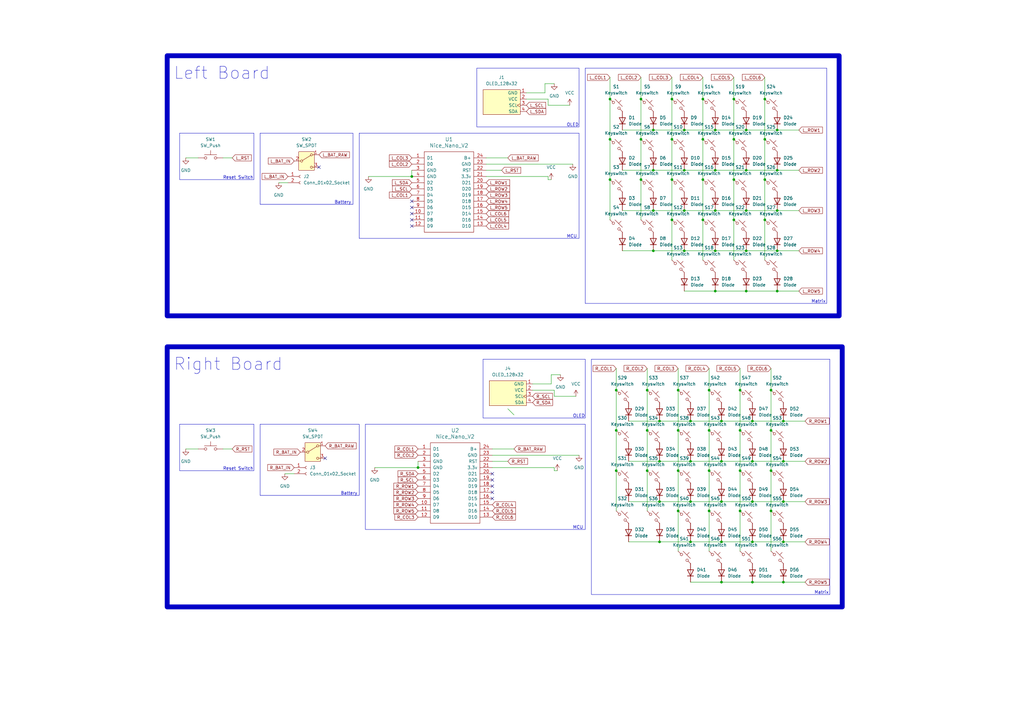
<source format=kicad_sch>
(kicad_sch (version 20231120) (generator "eeschema") (generator_version "8.0")
  (paper "A3")
  (title_block (title "Blahajergo"))
  (junction (at 306.07 53.34))
  (junction (at 267.97 102.87))
  (junction (at 293.37 102.87))
  (junction (at 265.43 160.02))
  (junction (at 293.37 119.38))
  (junction (at 250.19 57.15))
  (junction (at 250.19 73.66))
  (junction (at 267.97 53.34))
  (junction (at 295.91 222.25))
  (junction (at 318.77 102.87))
  (junction (at 318.77 86.36))
  (junction (at 288.29 73.66))
  (junction (at 318.77 119.38))
  (junction (at 252.73 160.02))
  (junction (at 267.97 69.85))
  (junction (at 280.67 69.85))
  (junction (at 288.29 57.15))
  (junction (at 171.45 191.77))
  (junction (at 290.83 176.53))
  (junction (at 278.13 160.02))
  (junction (at 283.21 205.74))
  (junction (at 283.21 189.23))
  (junction (at 270.51 189.23))
  (junction (at 308.61 238.76))
  (junction (at 293.37 53.34))
  (junction (at 308.61 205.74))
  (junction (at 316.23 176.53))
  (junction (at 250.19 40.64))
  (junction (at 283.21 222.25))
  (junction (at 293.37 69.85))
  (junction (at 313.69 57.15))
  (junction (at 303.53 160.02))
  (junction (at 295.91 172.72))
  (junction (at 300.99 57.15))
  (junction (at 306.07 102.87))
  (junction (at 280.67 53.34))
  (junction (at 293.37 86.36))
  (junction (at 316.23 193.04))
  (junction (at 303.53 209.55))
  (junction (at 308.61 189.23))
  (junction (at 288.29 40.64))
  (junction (at 290.83 193.04))
  (junction (at 306.07 119.38))
  (junction (at 275.59 40.64))
  (junction (at 321.31 238.76))
  (junction (at 321.31 222.25))
  (junction (at 295.91 238.76))
  (junction (at 321.31 205.74))
  (junction (at 267.97 86.36))
  (junction (at 313.69 90.17))
  (junction (at 313.69 40.64))
  (junction (at 303.53 176.53))
  (junction (at 278.13 209.55))
  (junction (at 280.67 102.87))
  (junction (at 318.77 53.34))
  (junction (at 252.73 176.53))
  (junction (at 300.99 40.64))
  (junction (at 168.91 72.39))
  (junction (at 275.59 90.17))
  (junction (at 300.99 73.66))
  (junction (at 306.07 69.85))
  (junction (at 295.91 205.74))
  (junction (at 318.77 69.85))
  (junction (at 306.07 86.36))
  (junction (at 316.23 160.02))
  (junction (at 283.21 172.72))
  (junction (at 300.99 90.17))
  (junction (at 278.13 176.53))
  (junction (at 270.51 205.74))
  (junction (at 295.91 189.23))
  (junction (at 308.61 172.72))
  (junction (at 288.29 90.17))
  (junction (at 265.43 193.04))
  (junction (at 270.51 222.25))
  (junction (at 262.89 40.64))
  (junction (at 321.31 189.23))
  (junction (at 265.43 176.53))
  (junction (at 303.53 193.04))
  (junction (at 262.89 57.15))
  (junction (at 280.67 86.36))
  (junction (at 308.61 222.25))
  (junction (at 278.13 193.04))
  (junction (at 313.69 73.66))
  (junction (at 252.73 193.04))
  (junction (at 290.83 209.55))
  (junction (at 262.89 73.66))
  (junction (at 316.23 209.55))
  (junction (at 290.83 160.02))
  (junction (at 270.51 172.72))
  (junction (at 275.59 57.15))
  (junction (at 321.31 172.72))
  (junction (at 275.59 73.66))
  (no_connect (at 130.81 68.58))
  (no_connect (at 201.93 194.31))
  (no_connect (at 201.93 196.85))
  (no_connect (at 168.91 87.63))
  (no_connect (at 201.93 204.47))
  (no_connect (at 201.93 201.93))
  (no_connect (at 201.93 199.39))
  (no_connect (at 168.91 82.55))
  (no_connect (at 168.91 85.09))
  (no_connect (at 168.91 92.71))
  (no_connect (at 133.35 187.96))
  (no_connect (at 168.91 90.17))
  (bus_entry (at 208.28 167.64) (size 2.54 2.54))
  (wire (pts (xy 308.61 222.25) (xy 321.31 222.25)))
  (wire (pts (xy 278.13 193.04) (xy 278.13 209.55)))
  (wire (pts (xy 290.83 176.53) (xy 290.83 193.04)))
  (wire (pts (xy 313.69 31.75) (xy 313.69 40.64)))
  (wire (pts (xy 275.59 57.15) (xy 275.59 73.66)))
  (wire (pts (xy 76.2 184.15) (xy 81.28 184.15)))
  (wire (pts (xy 280.67 86.36) (xy 293.37 86.36)))
  (wire (pts (xy 151.13 72.39) (xy 168.91 72.39)))
  (wire (pts (xy 295.91 222.25) (xy 308.61 222.25)))
  (wire (pts (xy 327.66 102.87) (xy 318.77 102.87)))
  (wire (pts (xy 257.81 222.25) (xy 270.51 222.25)))
  (wire (pts (xy 308.61 172.72) (xy 321.31 172.72)))
  (wire (pts (xy 290.83 151.13) (xy 290.83 160.02)))
  (wire (pts (xy 330.2 172.72) (xy 321.31 172.72)))
  (wire (pts (xy 278.13 209.55) (xy 278.13 226.06)))
  (wire (pts (xy 227.33 193.04) (xy 227.33 191.77)))
  (wire (pts (xy 95.25 184.15) (xy 91.44 184.15)))
  (wire (pts (xy 252.73 193.04) (xy 252.73 209.55)))
  (wire (pts (xy 300.99 73.66) (xy 300.99 90.17)))
  (wire (pts (xy 300.99 57.15) (xy 300.99 73.66)))
  (wire (pts (xy 290.83 193.04) (xy 290.83 209.55)))
  (wire (pts (xy 306.07 86.36) (xy 318.77 86.36)))
  (wire (pts (xy 303.53 160.02) (xy 303.53 176.53)))
  (wire (pts (xy 262.89 73.66) (xy 262.89 90.17)))
  (wire (pts (xy 171.45 189.23) (xy 171.45 191.77)))
  (wire (pts (xy 327.66 69.85) (xy 318.77 69.85)))
  (wire (pts (xy 116.84 194.31) (xy 120.65 194.31)))
  (wire (pts (xy 278.13 176.53) (xy 278.13 193.04)))
  (wire (pts (xy 265.43 176.53) (xy 265.43 193.04)))
  (wire (pts (xy 224.79 72.39) (xy 199.39 72.39)))
  (wire (pts (xy 318.77 86.36) (xy 327.66 86.36)))
  (wire (pts (xy 316.23 151.13) (xy 316.23 160.02)))
  (wire (pts (xy 330.2 222.25) (xy 321.31 222.25)))
  (wire (pts (xy 318.77 119.38) (xy 327.66 119.38)))
  (wire (pts (xy 295.91 205.74) (xy 308.61 205.74)))
  (wire (pts (xy 306.07 102.87) (xy 318.77 102.87)))
  (wire (pts (xy 306.07 53.34) (xy 318.77 53.34)))
  (wire (pts (xy 300.99 31.75) (xy 300.99 40.64)))
  (wire (pts (xy 252.73 151.13) (xy 252.73 160.02)))
  (wire (pts (xy 270.51 189.23) (xy 283.21 189.23)))
  (wire (pts (xy 313.69 90.17) (xy 313.69 106.68)))
  (wire (pts (xy 295.91 238.76) (xy 308.61 238.76)))
  (wire (pts (xy 224.79 43.18) (xy 224.79 40.64)))
  (wire (pts (xy 290.83 209.55) (xy 290.83 226.06)))
  (wire (pts (xy 208.28 189.23) (xy 201.93 189.23)))
  (wire (pts (xy 227.33 160.02) (xy 218.44 160.02)))
  (wire (pts (xy 283.21 222.25) (xy 295.91 222.25)))
  (wire (pts (xy 303.53 151.13) (xy 303.53 160.02)))
  (wire (pts (xy 303.53 209.55) (xy 303.53 226.06)))
  (wire (pts (xy 306.07 119.38) (xy 318.77 119.38)))
  (wire (pts (xy 226.06 157.48) (xy 218.44 157.48)))
  (wire (pts (xy 303.53 193.04) (xy 303.53 209.55)))
  (wire (pts (xy 205.74 69.85) (xy 199.39 69.85)))
  (wire (pts (xy 76.2 64.77) (xy 81.28 64.77)))
  (wire (pts (xy 293.37 86.36) (xy 306.07 86.36)))
  (wire (pts (xy 280.67 102.87) (xy 293.37 102.87)))
  (wire (pts (xy 267.97 53.34) (xy 280.67 53.34)))
  (wire (pts (xy 306.07 69.85) (xy 318.77 69.85)))
  (wire (pts (xy 252.73 160.02) (xy 252.73 176.53)))
  (wire (pts (xy 283.21 238.76) (xy 295.91 238.76)))
  (wire (pts (xy 255.27 86.36) (xy 267.97 86.36)))
  (wire (pts (xy 237.49 186.69) (xy 201.93 186.69)))
  (wire (pts (xy 308.61 189.23) (xy 321.31 189.23)))
  (wire (pts (xy 228.6 193.04) (xy 227.33 193.04)))
  (wire (pts (xy 275.59 90.17) (xy 275.59 106.68)))
  (wire (pts (xy 293.37 69.85) (xy 306.07 69.85)))
  (wire (pts (xy 280.67 69.85) (xy 293.37 69.85)))
  (wire (pts (xy 313.69 40.64) (xy 313.69 57.15)))
  (wire (pts (xy 290.83 160.02) (xy 290.83 176.53)))
  (wire (pts (xy 255.27 69.85) (xy 267.97 69.85)))
  (wire (pts (xy 278.13 151.13) (xy 278.13 160.02)))
  (wire (pts (xy 226.06 73.66) (xy 224.79 73.66)))
  (wire (pts (xy 95.25 64.77) (xy 91.44 64.77)))
  (wire (pts (xy 316.23 160.02) (xy 316.23 176.53)))
  (wire (pts (xy 208.28 64.77) (xy 199.39 64.77)))
  (wire (pts (xy 236.22 162.56) (xy 227.33 162.56)))
  (wire (pts (xy 278.13 160.02) (xy 278.13 176.53)))
  (wire (pts (xy 275.59 40.64) (xy 275.59 57.15)))
  (wire (pts (xy 280.67 53.34) (xy 293.37 53.34)))
  (wire (pts (xy 321.31 205.74) (xy 330.2 205.74)))
  (wire (pts (xy 295.91 189.23) (xy 308.61 189.23)))
  (wire (pts (xy 250.19 57.15) (xy 250.19 73.66)))
  (wire (pts (xy 300.99 40.64) (xy 300.99 57.15)))
  (wire (pts (xy 275.59 31.75) (xy 275.59 40.64)))
  (wire (pts (xy 250.19 31.75) (xy 250.19 40.64)))
  (wire (pts (xy 280.67 119.38) (xy 293.37 119.38)))
  (wire (pts (xy 288.29 31.75) (xy 288.29 40.64)))
  (wire (pts (xy 267.97 69.85) (xy 280.67 69.85)))
  (wire (pts (xy 313.69 73.66) (xy 313.69 90.17)))
  (wire (pts (xy 300.99 90.17) (xy 300.99 106.68)))
  (wire (pts (xy 321.31 238.76) (xy 330.2 238.76)))
  (wire (pts (xy 288.29 73.66) (xy 288.29 90.17)))
  (wire (pts (xy 303.53 176.53) (xy 303.53 193.04)))
  (wire (pts (xy 270.51 222.25) (xy 283.21 222.25)))
  (wire (pts (xy 270.51 205.74) (xy 283.21 205.74)))
  (wire (pts (xy 224.79 40.64) (xy 215.9 40.64)))
  (wire (pts (xy 262.89 40.64) (xy 262.89 57.15)))
  (wire (pts (xy 114.3 74.93) (xy 118.11 74.93)))
  (wire (pts (xy 224.79 73.66) (xy 224.79 72.39)))
  (wire (pts (xy 265.43 151.13) (xy 265.43 160.02)))
  (wire (pts (xy 308.61 205.74) (xy 321.31 205.74)))
  (wire (pts (xy 283.21 205.74) (xy 295.91 205.74)))
  (wire (pts (xy 283.21 172.72) (xy 295.91 172.72)))
  (wire (pts (xy 229.87 153.67) (xy 226.06 153.67)))
  (wire (pts (xy 267.97 86.36) (xy 280.67 86.36)))
  (wire (pts (xy 226.06 153.67) (xy 226.06 157.48)))
  (wire (pts (xy 262.89 57.15) (xy 262.89 73.66)))
  (wire (pts (xy 265.43 160.02) (xy 265.43 176.53)))
  (wire (pts (xy 168.91 69.85) (xy 168.91 72.39)))
  (wire (pts (xy 262.89 31.75) (xy 262.89 40.64)))
  (wire (pts (xy 265.43 193.04) (xy 265.43 209.55)))
  (wire (pts (xy 275.59 73.66) (xy 275.59 90.17)))
  (wire (pts (xy 267.97 102.87) (xy 280.67 102.87)))
  (wire (pts (xy 233.68 43.18) (xy 224.79 43.18)))
  (wire (pts (xy 210.82 184.15) (xy 201.93 184.15)))
  (wire (pts (xy 293.37 119.38) (xy 306.07 119.38)))
  (wire (pts (xy 250.19 40.64) (xy 250.19 57.15)))
  (wire (pts (xy 255.27 53.34) (xy 267.97 53.34)))
  (wire (pts (xy 227.33 34.29) (xy 223.52 34.29)))
  (wire (pts (xy 270.51 172.72) (xy 283.21 172.72)))
  (wire (pts (xy 257.81 189.23) (xy 270.51 189.23)))
  (wire (pts (xy 234.95 67.31) (xy 199.39 67.31)))
  (wire (pts (xy 257.81 172.72) (xy 270.51 172.72)))
  (wire (pts (xy 316.23 193.04) (xy 316.23 209.55)))
  (wire (pts (xy 295.91 172.72) (xy 308.61 172.72)))
  (wire (pts (xy 223.52 34.29) (xy 223.52 38.1)))
  (wire (pts (xy 288.29 90.17) (xy 288.29 106.68)))
  (wire (pts (xy 308.61 238.76) (xy 321.31 238.76)))
  (wire (pts (xy 223.52 38.1) (xy 215.9 38.1)))
  (wire (pts (xy 330.2 189.23) (xy 321.31 189.23)))
  (wire (pts (xy 313.69 57.15) (xy 313.69 73.66)))
  (wire (pts (xy 283.21 189.23) (xy 295.91 189.23)))
  (wire (pts (xy 327.66 53.34) (xy 318.77 53.34)))
  (wire (pts (xy 316.23 209.55) (xy 316.23 226.06)))
  (wire (pts (xy 255.27 102.87) (xy 267.97 102.87)))
  (wire (pts (xy 227.33 191.77) (xy 201.93 191.77)))
  (wire (pts (xy 288.29 40.64) (xy 288.29 57.15)))
  (wire (pts (xy 316.23 176.53) (xy 316.23 193.04)))
  (wire (pts (xy 153.67 191.77) (xy 171.45 191.77)))
  (wire (pts (xy 250.19 73.66) (xy 250.19 90.17)))
  (wire (pts (xy 257.81 205.74) (xy 270.51 205.74)))
  (wire (pts (xy 293.37 102.87) (xy 306.07 102.87)))
  (wire (pts (xy 227.33 162.56) (xy 227.33 160.02)))
  (wire (pts (xy 288.29 57.15) (xy 288.29 73.66)))
  (wire (pts (xy 293.37 53.34) (xy 306.07 53.34)))
  (wire (pts (xy 252.73 176.53) (xy 252.73 193.04)))
  (rectangle (start 106.68 173.99) (end 147.32 203.2))
  (rectangle (start 149.86 173.99) (end 240.03 217.17))
  (rectangle (start 242.57 147.32) (end 340.36 243.84))
  (rectangle (start 68.58 142.24) (end 345.44 248.92) (stroke (width 2)))
  (rectangle (start 73.66 173.99) (end 104.14 193.04))
  (rectangle (start 195.58 27.94) (end 237.49 52.07))
  (rectangle (start 147.32 54.61) (end 237.49 97.79))
  (rectangle (start 106.68 54.61) (end 144.78 83.82))
  (rectangle (start 68.58 22.86) (end 344.17 129.54) (stroke (width 2)))
  (rectangle (start 73.66 54.61) (end 104.14 73.66))
  (rectangle (start 198.12 147.32) (end 240.03 171.45))
  (rectangle (start 240.03 27.94) (end 339.09 124.46))
  (text "OLED" (at 234.95 171.45 0) (effects (font (size 1.27 1.27)) (justify left bottom)))
  (text "Right Board" (at 71.12 152.4 0) (effects (font (size 5 5)) (justify left bottom)))
  (text "MCU" (at 234.95 217.17 0) (effects (font (size 1.27 1.27)) (justify left bottom)))
  (text "Battery" (at 139.7 203.2 0) (effects (font (size 1.27 1.27)) (justify left bottom)))
  (text "MCU" (at 232.41 97.79 0) (effects (font (size 1.27 1.27)) (justify left bottom)))
  (text "Reset Switch" (at 91.44 73.66 0) (effects (font (size 1.27 1.27)) (justify left bottom)))
  (text "Left Board" (at 71.12 33.02 0) (effects (font (size 5 5)) (justify left bottom)))
  (text "Reset Switch" (at 91.44 193.04 0) (effects (font (size 1.27 1.27)) (justify left bottom)))
  (text "OLED" (at 232.41 52.07 0) (effects (font (size 1.27 1.27)) (justify left bottom)))
  (text "Matrix" (at 334.01 243.84 0) (effects (font (size 1.27 1.27)) (justify left bottom)))
  (text "Matrix" (at 332.74 124.46 0) (effects (font (size 1.27 1.27)) (justify left bottom)))
  (text "Battery" (at 137.16 83.82 0) (effects (font (size 1.27 1.27)) (justify left bottom)))
  (global_label "R_ROW2" (shape input) (at 330.2 189.23 0) (property "Intersheetrefs" "${INTERSHEET_REFS}" (effects (hide yes))))
  (global_label "L_COL4" (shape input) (at 199.39 92.71 0) (property "Intersheetrefs" "${INTERSHEET_REFS}" (effects (hide yes))))
  (global_label "R_ROW2" (shape input) (at 171.45 201.93 180) (property "Intersheetrefs" "${INTERSHEET_REFS}" (effects (hide yes))))
  (global_label "L_RST" (shape input) (at 95.25 64.77 0) (property "Intersheetrefs" "${INTERSHEET_REFS}" (effects (hide yes))))
  (global_label "L_COL5" (shape input) (at 300.99 31.75 180) (property "Intersheetrefs" "${INTERSHEET_REFS}" (effects (hide yes))))
  (global_label "L_ROW1" (shape input) (at 327.66 53.34 0) (property "Intersheetrefs" "${INTERSHEET_REFS}" (effects (hide yes))))
  (global_label "R_ROW1" (shape input) (at 171.45 199.39 180) (property "Intersheetrefs" "${INTERSHEET_REFS}" (effects (hide yes))))
  (global_label "L_ROW4" (shape input) (at 327.66 102.87 0) (property "Intersheetrefs" "${INTERSHEET_REFS}" (effects (hide yes))))
  (global_label "R_ROW4" (shape input) (at 171.45 207.01 180) (property "Intersheetrefs" "${INTERSHEET_REFS}" (effects (hide yes))))
  (global_label "R_COL1" (shape input) (at 171.45 184.15 180) (property "Intersheetrefs" "${INTERSHEET_REFS}" (effects (hide yes))))
  (global_label "L_COL4" (shape input) (at 288.29 31.75 180) (property "Intersheetrefs" "${INTERSHEET_REFS}" (effects (hide yes))))
  (global_label "L_ROW2" (shape input) (at 199.39 77.47 0) (property "Intersheetrefs" "${INTERSHEET_REFS}" (effects (hide yes))))
  (global_label "R_ROW3" (shape input) (at 171.45 204.47 180) (property "Intersheetrefs" "${INTERSHEET_REFS}" (effects (hide yes))))
  (global_label "R_COL1" (shape input) (at 252.73 151.13 180) (property "Intersheetrefs" "${INTERSHEET_REFS}" (effects (hide yes))))
  (global_label "L_ROW2" (shape input) (at 327.66 69.85 0) (property "Intersheetrefs" "${INTERSHEET_REFS}" (effects (hide yes))))
  (global_label "L_SCL" (shape input) (at 215.9 43.18 0) (property "Intersheetrefs" "${INTERSHEET_REFS}" (effects (hide yes))))
  (global_label "R_ROW5" (shape input) (at 330.2 238.76 0) (property "Intersheetrefs" "${INTERSHEET_REFS}" (effects (hide yes))))
  (global_label "L_ROW5" (shape input) (at 199.39 85.09 0) (property "Intersheetrefs" "${INTERSHEET_REFS}" (effects (hide yes))))
  (global_label "L_COL1" (shape input) (at 250.19 31.75 180) (property "Intersheetrefs" "${INTERSHEET_REFS}" (effects (hide yes))))
  (global_label "R_SDA" (shape input) (at 218.44 165.1 0) (property "Intersheetrefs" "${INTERSHEET_REFS}" (effects (hide yes))))
  (global_label "R_COL5" (shape input) (at 201.93 209.55 0) (property "Intersheetrefs" "${INTERSHEET_REFS}" (effects (hide yes))))
  (global_label "R_RST" (shape input) (at 95.25 184.15 0) (property "Intersheetrefs" "${INTERSHEET_REFS}" (effects (hide yes))))
  (global_label "R_BAT_RAW" (shape input) (at 133.35 182.88 0) (property "Intersheetrefs" "${INTERSHEET_REFS}" (effects (hide yes))))
  (global_label "L_ROW4" (shape input) (at 199.39 82.55 0) (property "Intersheetrefs" "${INTERSHEET_REFS}" (effects (hide yes))))
  (global_label "L_COL2" (shape input) (at 168.91 67.31 180) (property "Intersheetrefs" "${INTERSHEET_REFS}" (effects (hide yes))))
  (global_label "R_COL2" (shape input) (at 171.45 186.69 180) (property "Intersheetrefs" "${INTERSHEET_REFS}" (effects (hide yes))))
  (global_label "L_BAT_RAW" (shape input) (at 208.28 64.77 0) (property "Intersheetrefs" "${INTERSHEET_REFS}" (effects (hide yes))))
  (global_label "L_BAT_RAW" (shape input) (at 130.81 63.5 0) (property "Intersheetrefs" "${INTERSHEET_REFS}" (effects (hide yes))))
  (global_label "L_COL6" (shape input) (at 199.39 87.63 0) (property "Intersheetrefs" "${INTERSHEET_REFS}" (effects (hide yes))))
  (global_label "R_SCL" (shape input) (at 171.45 196.85 180) (property "Intersheetrefs" "${INTERSHEET_REFS}" (effects (hide yes))))
  (global_label "R_COL4" (shape input) (at 201.93 207.01 0) (property "Intersheetrefs" "${INTERSHEET_REFS}" (effects (hide yes))))
  (global_label "L_COL3" (shape input) (at 275.59 31.75 180) (property "Intersheetrefs" "${INTERSHEET_REFS}" (effects (hide yes))))
  (global_label "R_COL3" (shape input) (at 171.45 212.09 180) (property "Intersheetrefs" "${INTERSHEET_REFS}" (effects (hide yes))))
  (global_label "R_COL5" (shape input) (at 303.53 151.13 180) (property "Intersheetrefs" "${INTERSHEET_REFS}" (effects (hide yes))))
  (global_label "L_COL6" (shape input) (at 313.69 31.75 180) (property "Intersheetrefs" "${INTERSHEET_REFS}" (effects (hide yes))))
  (global_label "R_COL6" (shape input) (at 316.23 151.13 180) (property "Intersheetrefs" "${INTERSHEET_REFS}" (effects (hide yes))))
  (global_label "R_SCL" (shape input) (at 218.44 162.56 0) (property "Intersheetrefs" "${INTERSHEET_REFS}" (effects (hide yes))))
  (global_label "R_COL4" (shape input) (at 290.83 151.13 180) (property "Intersheetrefs" "${INTERSHEET_REFS}" (effects (hide yes))))
  (global_label "L_SDA" (shape input) (at 168.91 74.93 180) (property "Intersheetrefs" "${INTERSHEET_REFS}" (effects (hide yes))))
  (global_label "R_SDA" (shape input) (at 171.45 194.31 180) (property "Intersheetrefs" "${INTERSHEET_REFS}" (effects (hide yes))))
  (global_label "L_SCL" (shape input) (at 168.91 77.47 180) (property "Intersheetrefs" "${INTERSHEET_REFS}" (effects (hide yes))))
  (global_label "L_ROW5" (shape input) (at 327.66 119.38 0) (property "Intersheetrefs" "${INTERSHEET_REFS}" (effects (hide yes))))
  (global_label "R_BAT_IN" (shape input) (at 123.19 185.42 180) (property "Intersheetrefs" "${INTERSHEET_REFS}" (effects (hide yes))))
  (global_label "R_COL2" (shape input) (at 265.43 151.13 180) (property "Intersheetrefs" "${INTERSHEET_REFS}" (effects (hide yes))))
  (global_label "L_ROW3" (shape input) (at 199.39 80.01 0) (property "Intersheetrefs" "${INTERSHEET_REFS}" (effects (hide yes))))
  (global_label "L_COL3" (shape input) (at 168.91 64.77 180) (property "Intersheetrefs" "${INTERSHEET_REFS}" (effects (hide yes))))
  (global_label "R_ROW5" (shape input) (at 171.45 209.55 180) (property "Intersheetrefs" "${INTERSHEET_REFS}" (effects (hide yes))))
  (global_label "L_BAT_IN" (shape input) (at 120.65 66.04 180) (property "Intersheetrefs" "${INTERSHEET_REFS}" (effects (hide yes))))
  (global_label "L_BAT_IN" (shape input) (at 118.11 72.39 180) (property "Intersheetrefs" "${INTERSHEET_REFS}" (effects (hide yes))))
  (global_label "L_COL1" (shape input) (at 168.91 80.01 180) (property "Intersheetrefs" "${INTERSHEET_REFS}" (effects (hide yes))))
  (global_label "R_BAT_RAW" (shape input) (at 210.82 184.15 0) (property "Intersheetrefs" "${INTERSHEET_REFS}" (effects (hide yes))))
  (global_label "L_ROW3" (shape input) (at 327.66 86.36 0) (property "Intersheetrefs" "${INTERSHEET_REFS}" (effects (hide yes))))
  (global_label "R_RST" (shape input) (at 208.28 189.23 0) (property "Intersheetrefs" "${INTERSHEET_REFS}" (effects (hide yes))))
  (global_label "L_RST" (shape input) (at 205.74 69.85 0) (property "Intersheetrefs" "${INTERSHEET_REFS}" (effects (hide yes))))
  (global_label "R_COL6" (shape input) (at 201.93 212.09 0) (property "Intersheetrefs" "${INTERSHEET_REFS}" (effects (hide yes))))
  (global_label "L_COL2" (shape input) (at 262.89 31.75 180) (property "Intersheetrefs" "${INTERSHEET_REFS}" (effects (hide yes))))
  (global_label "R_ROW1" (shape input) (at 330.2 172.72 0) (property "Intersheetrefs" "${INTERSHEET_REFS}" (effects (hide yes))))
  (global_label "R_BAT_IN" (shape input) (at 120.65 191.77 180) (property "Intersheetrefs" "${INTERSHEET_REFS}" (effects (hide yes))))
  (global_label "L_SDA" (shape input) (at 215.9 45.72 0) (property "Intersheetrefs" "${INTERSHEET_REFS}" (effects (hide yes))))
  (global_label "L_ROW1" (shape input) (at 199.39 74.93 0) (property "Intersheetrefs" "${INTERSHEET_REFS}" (effects (hide yes))))
  (global_label "R_ROW3" (shape input) (at 330.2 205.74 0) (property "Intersheetrefs" "${INTERSHEET_REFS}" (effects (hide yes))))
  (global_label "R_COL3" (shape input) (at 278.13 151.13 180) (property "Intersheetrefs" "${INTERSHEET_REFS}" (effects (hide yes))))
  (global_label "L_COL5" (shape input) (at 199.39 90.17 0) (property "Intersheetrefs" "${INTERSHEET_REFS}" (effects (hide yes))))
  (global_label "R_ROW4" (shape input) (at 330.2 222.25 0) (property "Intersheetrefs" "${INTERSHEET_REFS}" (effects (hide yes))))
  (symbol (lib_id "ScottoKeebs:Placeholder_Keyswitch") (at 267.97 162.56 0) (unit 1)
    (property "Reference" "S33" (at 267.97 154.94 0))
    (property "Value" "Keyswitch" (at 267.97 157.48 0))
    (property "Footprint" "ScottoKeebs_Hotswap:Hotswap_Choc_V1V2" (effects (hide yes)))
  )
  (symbol (lib_id "Switch:SW_SPDT") (at 128.27 185.42 0) (unit 1)
    (property "Reference" "SW4" (at 128.27 176.53 0))
    (property "Value" "SW_SPDT" (at 128.27 179.07 0))
    (property "Footprint" "chinh4thepro:SPDT_C128955" (effects (hide yes)))
  )
  (symbol (lib_id "ScottoKeebs:Placeholder_Diode") (at 306.07 66.04 90) (unit 1)
    (property "Reference" "D20" (at 308.61 64.77 90) (effects (justify right)))
    (property "Value" "Diode" (at 308.61 67.31 90) (effects (justify right)))
    (property "Footprint" "chinh4thepro:ComboDiode" (effects (hide yes)))
    (property "Sim.Device" "D" (effects (hide yes)))
    (property "Sim.Pins" "1=K 2=A" (effects (hide yes)))
  )
  (symbol (lib_id "ScottoKeebs:Placeholder_Keyswitch") (at 280.67 162.56 0) (unit 1)
    (property "Reference" "S37" (at 280.67 154.94 0))
    (property "Value" "Keyswitch" (at 280.67 157.48 0))
    (property "Footprint" "ScottoKeebs_Hotswap:Hotswap_Choc_V1V2" (effects (hide yes)))
  )
  (symbol (lib_id "ScottoKeebs:Placeholder_Keyswitch") (at 290.83 109.22 0) (unit 1)
    (property "Reference" "S18" (at 290.83 101.6 0))
    (property "Value" "Keyswitch" (at 290.83 104.14 0))
    (property "Footprint" "ScottoKeebs_Hotswap:Hotswap_Choc_V1V2" (effects (hide yes)))
  )
  (symbol (lib_id "ScottoKeebs:Placeholder_Diode") (at 295.91 218.44 90) (unit 1)
    (property "Reference" "D45" (at 298.45 217.17 90) (effects (justify right)))
    (property "Value" "Diode" (at 298.45 219.71 90) (effects (justify right)))
    (property "Footprint" "chinh4thepro:ComboDiode" (effects (hide yes)))
    (property "Sim.Device" "D" (effects (hide yes)))
    (property "Sim.Pins" "1=K 2=A" (effects (hide yes)))
  )
  (symbol (lib_id "power:GND") (at 153.67 191.77 0) (unit 1)
    (property "Reference" "#PWR010" (effects (hide yes)))
    (property "Value" "GND" (at 153.67 196.85 0))
  )
  (symbol (lib_id "ScottoKeebs:Placeholder_Keyswitch") (at 280.67 228.6 0) (unit 1)
    (property "Reference" "S41" (at 280.67 220.98 0))
    (property "Value" "Keyswitch" (at 280.67 223.52 0))
    (property "Footprint" "ScottoKeebs_Hotswap:Hotswap_Choc_V1V2" (effects (hide yes)))
  )
  (symbol (lib_id "power:GND") (at 151.13 72.39 0) (unit 1)
    (property "Reference" "#PWR03" (effects (hide yes)))
    (property "Value" "GND" (at 151.13 77.47 0))
  )
  (symbol (lib_id "ScottoKeebs:Placeholder_Diode") (at 306.07 99.06 90) (unit 1)
    (property "Reference" "D22" (at 308.61 97.79 90) (effects (justify right)))
    (property "Value" "Diode" (at 308.61 100.33 90) (effects (justify right)))
    (property "Footprint" "chinh4thepro:ComboDiode" (effects (hide yes)))
    (property "Sim.Device" "D" (effects (hide yes)))
    (property "Sim.Pins" "1=K 2=A" (effects (hide yes)))
  )
  (symbol (lib_id "ScottoKeebs:Placeholder_Keyswitch") (at 303.53 59.69 0) (unit 1)
    (property "Reference" "S20" (at 303.53 52.07 0))
    (property "Value" "Keyswitch" (at 303.53 54.61 0))
    (property "Footprint" "ScottoKeebs_Hotswap:Hotswap_Choc_V1V2" (effects (hide yes)))
  )
  (symbol (lib_id "ScottoKeebs:Placeholder_Diode") (at 255.27 82.55 90) (unit 1)
    (property "Reference" "D3" (at 257.81 81.28 90) (effects (justify right)))
    (property "Value" "Diode" (at 257.81 83.82 90) (effects (justify right)))
    (property "Footprint" "chinh4thepro:ComboDiode" (effects (hide yes)))
    (property "Sim.Device" "D" (effects (hide yes)))
    (property "Sim.Pins" "1=K 2=A" (effects (hide yes)))
  )
  (symbol (lib_id "ScottoKeebs:Placeholder_Keyswitch") (at 265.43 92.71 0) (unit 1)
    (property "Reference" "S8" (at 265.43 85.09 0))
    (property "Value" "Keyswitch" (at 265.43 87.63 0))
    (property "Footprint" "ScottoKeebs_Hotswap:Hotswap_Choc_V1V2" (effects (hide yes)))
  )
  (symbol (lib_id "ScottoKeebs:Placeholder_Diode") (at 280.67 115.57 90) (unit 1)
    (property "Reference" "D13" (at 283.21 114.3 90) (effects (justify right)))
    (property "Value" "Diode" (at 283.21 116.84 90) (effects (justify right)))
    (property "Footprint" "chinh4thepro:ComboDiode" (effects (hide yes)))
    (property "Sim.Device" "D" (effects (hide yes)))
    (property "Sim.Pins" "1=K 2=A" (effects (hide yes)))
  )
  (symbol (lib_id "ScottoKeebs:Placeholder_Diode") (at 257.81 185.42 90) (unit 1)
    (property "Reference" "D30" (at 260.35 184.15 90) (effects (justify right)))
    (property "Value" "Diode" (at 260.35 186.69 90) (effects (justify right)))
    (property "Footprint" "chinh4thepro:ComboDiode" (effects (hide yes)))
    (property "Sim.Device" "D" (effects (hide yes)))
    (property "Sim.Pins" "1=K 2=A" (effects (hide yes)))
  )
  (symbol (lib_id "ScottoKeebs:Placeholder_Diode") (at 308.61 201.93 90) (unit 1)
    (property "Reference" "D49" (at 311.15 200.66 90) (effects (justify right)))
    (property "Value" "Diode" (at 311.15 203.2 90) (effects (justify right)))
    (property "Footprint" "chinh4thepro:ComboDiode" (effects (hide yes)))
    (property "Sim.Device" "D" (effects (hide yes)))
    (property "Sim.Pins" "1=K 2=A" (effects (hide yes)))
  )
  (symbol (lib_id "ScottoKeebs:Placeholder_Keyswitch") (at 255.27 195.58 0) (unit 1)
    (property "Reference" "S31" (at 255.27 187.96 0))
    (property "Value" "Keyswitch" (at 255.27 190.5 0))
    (property "Footprint" "ScottoKeebs_Hotswap:Hotswap_Choc_V1V2" (effects (hide yes)))
  )
  (symbol (lib_id "ScottoKeebs:Placeholder_Diode") (at 306.07 49.53 90) (unit 1)
    (property "Reference" "D19" (at 308.61 48.26 90) (effects (justify right)))
    (property "Value" "Diode" (at 308.61 50.8 90) (effects (justify right)))
    (property "Footprint" "chinh4thepro:ComboDiode" (effects (hide yes)))
    (property "Sim.Device" "D" (effects (hide yes)))
    (property "Sim.Pins" "1=K 2=A" (effects (hide yes)))
  )
  (symbol (lib_id "ScottoKeebs:Placeholder_Keyswitch") (at 293.37 195.58 0) (unit 1)
    (property "Reference" "S44" (at 293.37 187.96 0))
    (property "Value" "Keyswitch" (at 293.37 190.5 0))
    (property "Footprint" "ScottoKeebs_Hotswap:Hotswap_Choc_V1V2" (effects (hide yes)))
  )
  (symbol (lib_id "ScottoKeebs:Placeholder_Diode") (at 257.81 218.44 90) (unit 1)
    (property "Reference" "D32" (at 260.35 217.17 90) (effects (justify right)))
    (property "Value" "Diode" (at 260.35 219.71 90) (effects (justify right)))
    (property "Footprint" "chinh4thepro:ComboDiode" (effects (hide yes)))
    (property "Sim.Device" "D" (effects (hide yes)))
    (property "Sim.Pins" "1=K 2=A" (effects (hide yes)))
  )
  (symbol (lib_id "ScottoKeebs:Placeholder_Diode") (at 295.91 185.42 90) (unit 1)
    (property "Reference" "D43" (at 298.45 184.15 90) (effects (justify right)))
    (property "Value" "Diode" (at 298.45 186.69 90) (effects (justify right)))
    (property "Footprint" "chinh4thepro:ComboDiode" (effects (hide yes)))
    (property "Sim.Device" "D" (effects (hide yes)))
    (property "Sim.Pins" "1=K 2=A" (effects (hide yes)))
  )
  (symbol (lib_id "ScottoKeebs:Placeholder_Keyswitch") (at 280.67 195.58 0) (unit 1)
    (property "Reference" "S39" (at 280.67 187.96 0))
    (property "Value" "Keyswitch" (at 280.67 190.5 0))
    (property "Footprint" "ScottoKeebs_Hotswap:Hotswap_Choc_V1V2" (effects (hide yes)))
  )
  (symbol (lib_id "ScottoKeebs:Placeholder_Keyswitch") (at 252.73 76.2 0) (unit 1)
    (property "Reference" "S3" (at 252.73 68.58 0))
    (property "Value" "Keyswitch" (at 252.73 71.12 0))
    (property "Footprint" "ScottoKeebs_Hotswap:Hotswap_Choc_V1V2" (effects (hide yes)))
  )
  (symbol (lib_id "ScottoKeebs:Placeholder_Keyswitch") (at 278.13 92.71 0) (unit 1)
    (property "Reference" "S12" (at 278.13 85.09 0))
    (property "Value" "Keyswitch" (at 278.13 87.63 0))
    (property "Footprint" "ScottoKeebs_Hotswap:Hotswap_Choc_V1V2" (effects (hide yes)))
  )
  (symbol (lib_id "ScottoKeebs:Placeholder_Diode") (at 255.27 49.53 90) (unit 1)
    (property "Reference" "D1" (at 257.81 48.26 90) (effects (justify right)))
    (property "Value" "Diode" (at 257.81 50.8 90) (effects (justify right)))
    (property "Footprint" "chinh4thepro:ComboDiode" (effects (hide yes)))
    (property "Sim.Device" "D" (effects (hide yes)))
    (property "Sim.Pins" "1=K 2=A" (effects (hide yes)))
  )
  (symbol (lib_id "ScottoKeebs:Placeholder_Diode") (at 280.67 99.06 90) (unit 1)
    (property "Reference" "D12" (at 283.21 97.79 90) (effects (justify right)))
    (property "Value" "Diode" (at 283.21 100.33 90) (effects (justify right)))
    (property "Footprint" "chinh4thepro:ComboDiode" (effects (hide yes)))
    (property "Sim.Device" "D" (effects (hide yes)))
    (property "Sim.Pins" "1=K 2=A" (effects (hide yes)))
  )
  (symbol (lib_id "power:GND") (at 76.2 184.15 0) (unit 1)
    (property "Reference" "#PWR08" (effects (hide yes)))
    (property "Value" "GND" (at 76.2 189.23 0))
  )
  (symbol (lib_id "ScottoKeebs:Placeholder_Keyswitch") (at 293.37 212.09 0) (unit 1)
    (property "Reference" "S45" (at 293.37 204.47 0))
    (property "Value" "Keyswitch" (at 293.37 207.01 0))
    (property "Footprint" "ScottoKeebs_Hotswap:Hotswap_Choc_V1V2" (effects (hide yes)))
  )
  (symbol (lib_id "ScottoKeebs:Placeholder_Keyswitch") (at 306.07 162.56 0) (unit 1)
    (property "Reference" "S47" (at 306.07 154.94 0))
    (property "Value" "Keyswitch" (at 306.07 157.48 0))
    (property "Footprint" "ScottoKeebs_Hotswap:Hotswap_Choc_V1V2" (effects (hide yes)))
  )
  (symbol (lib_id "ScottoKeebs:Placeholder_Keyswitch") (at 316.23 92.71 0) (unit 1)
    (property "Reference" "S27" (at 316.23 85.09 0))
    (property "Value" "Keyswitch" (at 316.23 87.63 0))
    (property "Footprint" "ScottoKeebs_Hotswap:Hotswap_Choc_V1V2" (effects (hide yes)))
  )
  (symbol (lib_id "ScottoKeebs:Placeholder_Diode") (at 283.21 168.91 90) (unit 1)
    (property "Reference" "D37" (at 285.75 167.64 90) (effects (justify right)))
    (property "Value" "Diode" (at 285.75 170.18 90) (effects (justify right)))
    (property "Footprint" "chinh4thepro:ComboDiode" (effects (hide yes)))
    (property "Sim.Device" "D" (effects (hide yes)))
    (property "Sim.Pins" "1=K 2=A" (effects (hide yes)))
  )
  (symbol (lib_id "Switch:SW_Push") (at 86.36 64.77 0) (unit 1)
    (property "Reference" "SW1" (at 86.36 57.15 0))
    (property "Value" "SW_Push" (at 86.36 59.69 0))
    (property "Footprint" "Button_Switch_SMD:Panasonic_EVQPUL_EVQPUC" (effects (hide yes)))
  )
  (symbol (lib_id "ScottoKeebs:Placeholder_Keyswitch") (at 267.97 195.58 0) (unit 1)
    (property "Reference" "S35" (at 267.97 187.96 0))
    (property "Value" "Keyswitch" (at 267.97 190.5 0))
    (property "Footprint" "ScottoKeebs_Hotswap:Hotswap_Choc_V1V2" (effects (hide yes)))
  )
  (symbol (lib_id "ScottoKeebs:Placeholder_Diode") (at 321.31 218.44 90) (unit 1)
    (property "Reference" "D55" (at 323.85 217.17 90) (effects (justify right)))
    (property "Value" "Diode" (at 323.85 219.71 90) (effects (justify right)))
    (property "Footprint" "chinh4thepro:ComboDiode" (effects (hide yes)))
    (property "Sim.Device" "D" (effects (hide yes)))
    (property "Sim.Pins" "1=K 2=A" (effects (hide yes)))
  )
  (symbol (lib_id "ScottoKeebs:Placeholder_Keyswitch") (at 280.67 212.09 0) (unit 1)
    (property "Reference" "S40" (at 280.67 204.47 0))
    (property "Value" "Keyswitch" (at 280.67 207.01 0))
    (property "Footprint" "ScottoKeebs_Hotswap:Hotswap_Choc_V1V2" (effects (hide yes)))
  )
  (symbol (lib_id "ScottoKeebs:Placeholder_Diode") (at 306.07 82.55 90) (unit 1)
    (property "Reference" "D21" (at 308.61 81.28 90) (effects (justify right)))
    (property "Value" "Diode" (at 308.61 83.82 90) (effects (justify right)))
    (property "Footprint" "chinh4thepro:ComboDiode" (effects (hide yes)))
    (property "Sim.Device" "D" (effects (hide yes)))
    (property "Sim.Pins" "1=K 2=A" (effects (hide yes)))
  )
  (symbol (lib_id "ScottoKeebs:Placeholder_Diode") (at 280.67 82.55 90) (unit 1)
    (property "Reference" "D11" (at 283.21 81.28 90) (effects (justify right)))
    (property "Value" "Diode" (at 283.21 83.82 90) (effects (justify right)))
    (property "Footprint" "chinh4thepro:ComboDiode" (effects (hide yes)))
    (property "Sim.Device" "D" (effects (hide yes)))
    (property "Sim.Pins" "1=K 2=A" (effects (hide yes)))
  )
  (symbol (lib_id "ScottoKeebs:Placeholder_Keyswitch") (at 306.07 212.09 0) (unit 1)
    (property "Reference" "S50" (at 306.07 204.47 0))
    (property "Value" "Keyswitch" (at 306.07 207.01 0))
    (property "Footprint" "ScottoKeebs_Hotswap:Hotswap_Choc_V1V2" (effects (hide yes)))
  )
  (symbol (lib_id "ScottoKeebs:Placeholder_Diode") (at 308.61 185.42 90) (unit 1)
    (property "Reference" "D48" (at 311.15 184.15 90) (effects (justify right)))
    (property "Value" "Diode" (at 311.15 186.69 90) (effects (justify right)))
    (property "Footprint" "chinh4thepro:ComboDiode" (effects (hide yes)))
    (property "Sim.Device" "D" (effects (hide yes)))
    (property "Sim.Pins" "1=K 2=A" (effects (hide yes)))
  )
  (symbol (lib_id "power:VCC") (at 233.68 43.18 0) (unit 1)
    (property "Reference" "#PWR04" (effects (hide yes)))
    (property "Value" "VCC" (at 233.68 38.1 0))
  )
  (symbol (lib_id "ScottoKeebs:Placeholder_Diode") (at 267.97 82.55 90) (unit 1)
    (property "Reference" "D7" (at 270.51 81.28 90) (effects (justify right)))
    (property "Value" "Diode" (at 270.51 83.82 90) (effects (justify right)))
    (property "Footprint" "chinh4thepro:ComboDiode" (effects (hide yes)))
    (property "Sim.Device" "D" (effects (hide yes)))
    (property "Sim.Pins" "1=K 2=A" (effects (hide yes)))
  )
  (symbol (lib_id "ScottoKeebs:Placeholder_Diode") (at 283.21 218.44 90) (unit 1)
    (property "Reference" "D40" (at 285.75 217.17 90) (effects (justify right)))
    (property "Value" "Diode" (at 285.75 219.71 90) (effects (justify right)))
    (property "Footprint" "chinh4thepro:ComboDiode" (effects (hide yes)))
    (property "Sim.Device" "D" (effects (hide yes)))
    (property "Sim.Pins" "1=K 2=A" (effects (hide yes)))
  )
  (symbol (lib_id "ScottoKeebs:Placeholder_Keyswitch") (at 293.37 162.56 0) (unit 1)
    (property "Reference" "S42" (at 293.37 154.94 0))
    (property "Value" "Keyswitch" (at 293.37 157.48 0))
    (property "Footprint" "ScottoKeebs_Hotswap:Hotswap_Choc_V1V2" (effects (hide yes)))
  )
  (symbol (lib_id "ScottoKeebs:MCU_Nice_Nano_V2") (at 184.15 78.74 0) (unit 1)
    (property "Reference" "U1" (at 184.15 57.15 0) (effects (font (size 1.524 1.524))))
    (property "Value" "Nice_Nano_V2" (at 184.15 59.69 0) (effects (font (size 1.524 1.524))))
    (property "Footprint" "ScottoKeebs_MCU:Nice_Nano_V2_Flipped" (effects (hide yes)))
  )
  (symbol (lib_id "ScottoKeebs:Placeholder_Keyswitch") (at 306.07 179.07 0) (unit 1)
    (property "Reference" "S48" (at 306.07 171.45 0))
    (property "Value" "Keyswitch" (at 306.07 173.99 0))
    (property "Footprint" "ScottoKeebs_Hotswap:Hotswap_Choc_V1V2" (effects (hide yes)))
  )
  (symbol (lib_id "ScottoKeebs:Placeholder_Keyswitch") (at 278.13 43.18 0) (unit 1)
    (property "Reference" "S9" (at 278.13 35.56 0))
    (property "Value" "Keyswitch" (at 278.13 38.1 0))
    (property "Footprint" "ScottoKeebs_Hotswap:Hotswap_Choc_V1V2" (effects (hide yes)))
  )
  (symbol (lib_id "Switch:SW_Push") (at 86.36 184.15 0) (unit 1)
    (property "Reference" "SW3" (at 86.36 176.53 0))
    (property "Value" "SW_Push" (at 86.36 179.07 0))
    (property "Footprint" "Button_Switch_SMD:Panasonic_EVQPUL_EVQPUC" (effects (hide yes)))
  )
  (symbol (lib_id "power:VCC") (at 226.06 73.66 0) (unit 1)
    (property "Reference" "#PWR01" (effects (hide yes)))
    (property "Value" "VCC" (at 226.06 68.58 0))
  )
  (symbol (lib_id "ScottoKeebs:Placeholder_Diode") (at 267.97 66.04 90) (unit 1)
    (property "Reference" "D6" (at 270.51 64.77 90) (effects (justify right)))
    (property "Value" "Diode" (at 270.51 67.31 90) (effects (justify right)))
    (property "Footprint" "chinh4thepro:ComboDiode" (effects (hide yes)))
    (property "Sim.Device" "D" (effects (hide yes)))
    (property "Sim.Pins" "1=K 2=A" (effects (hide yes)))
  )
  (symbol (lib_id "ScottoKeebs:Placeholder_Diode") (at 321.31 168.91 90) (unit 1)
    (property "Reference" "D52" (at 323.85 167.64 90) (effects (justify right)))
    (property "Value" "Diode" (at 323.85 170.18 90) (effects (justify right)))
    (property "Footprint" "chinh4thepro:ComboDiode" (effects (hide yes)))
    (property "Sim.Device" "D" (effects (hide yes)))
    (property "Sim.Pins" "1=K 2=A" (effects (hide yes)))
  )
  (symbol (lib_id "ScottoKeebs:Placeholder_Diode") (at 270.51 168.91 90) (unit 1)
    (property "Reference" "D33" (at 273.05 167.64 90) (effects (justify right)))
    (property "Value" "Diode" (at 273.05 170.18 90) (effects (justify right)))
    (property "Footprint" "chinh4thepro:ComboDiode" (effects (hide yes)))
    (property "Sim.Device" "D" (effects (hide yes)))
    (property "Sim.Pins" "1=K 2=A" (effects (hide yes)))
  )
  (symbol (lib_id "ScottoKeebs:Placeholder_Keyswitch") (at 280.67 179.07 0) (unit 1)
    (property "Reference" "S38" (at 280.67 171.45 0))
    (property "Value" "Keyswitch" (at 280.67 173.99 0))
    (property "Footprint" "ScottoKeebs_Hotswap:Hotswap_Choc_V1V2" (effects (hide yes)))
  )
  (symbol (lib_id "ScottoKeebs:Placeholder_Keyswitch") (at 265.43 59.69 0) (unit 1)
    (property "Reference" "S6" (at 265.43 52.07 0))
    (property "Value" "Keyswitch" (at 265.43 54.61 0))
    (property "Footprint" "ScottoKeebs_Hotswap:Hotswap_Choc_V1V2" (effects (hide yes)))
  )
  (symbol (lib_id "ScottoKeebs:Placeholder_Keyswitch") (at 318.77 212.09 0) (unit 1)
    (property "Reference" "S55" (at 318.77 204.47 0))
    (property "Value" "Keyswitch" (at 318.77 207.01 0))
    (property "Footprint" "ScottoKeebs_Hotswap:Hotswap_Choc_V1V2" (effects (hide yes)))
  )
  (symbol (lib_id "ScottoKeebs:MCU_Nice_Nano_V2") (at 186.69 198.12 0) (unit 1)
    (property "Reference" "U2" (at 186.69 176.53 0) (effects (font (size 1.524 1.524))))
    (property "Value" "Nice_Nano_V2" (at 186.69 179.07 0) (effects (font (size 1.524 1.524))))
    (property "Footprint" "ScottoKeebs_MCU:Nice_Nano_V2_Flipped" (effects (hide yes)))
  )
  (symbol (lib_id "ScottoKeebs:Placeholder_Keyswitch") (at 293.37 179.07 0) (unit 1)
    (property "Reference" "S43" (at 293.37 171.45 0))
    (property "Value" "Keyswitch" (at 293.37 173.99 0))
    (property "Footprint" "ScottoKeebs_Hotswap:Hotswap_Choc_V1V2" (effects (hide yes)))
  )
  (symbol (lib_id "ScottoKeebs:Placeholder_Diode") (at 270.51 218.44 90) (unit 1)
    (property "Reference" "D36" (at 273.05 217.17 90) (effects (justify right)))
    (property "Value" "Diode" (at 273.05 219.71 90) (effects (justify right)))
    (property "Footprint" "chinh4thepro:ComboDiode" (effects (hide yes)))
    (property "Sim.Device" "D" (effects (hide yes)))
    (property "Sim.Pins" "1=K 2=A" (effects (hide yes)))
  )
  (symbol (lib_id "ScottoKeebs:Placeholder_Diode") (at 293.37 115.57 90) (unit 1)
    (property "Reference" "D18" (at 295.91 114.3 90) (effects (justify right)))
    (property "Value" "Diode" (at 295.91 116.84 90) (effects (justify right)))
    (property "Footprint" "chinh4thepro:ComboDiode" (effects (hide yes)))
    (property "Sim.Device" "D" (effects (hide yes)))
    (property "Sim.Pins" "1=K 2=A" (effects (hide yes)))
  )
  (symbol (lib_id "ScottoKeebs:Placeholder_Keyswitch") (at 267.97 212.09 0) (unit 1)
    (property "Reference" "S36" (at 267.97 204.47 0))
    (property "Value" "Keyswitch" (at 267.97 207.01 0))
    (property "Footprint" "ScottoKeebs_Hotswap:Hotswap_Choc_V1V2" (effects (hide yes)))
  )
  (symbol (lib_id "ScottoKeebs:Placeholder_Diode") (at 280.67 66.04 90) (unit 1)
    (property "Reference" "D10" (at 283.21 64.77 90) (effects (justify right)))
    (property "Value" "Diode" (at 283.21 67.31 90) (effects (justify right)))
    (property "Footprint" "chinh4thepro:ComboDiode" (effects (hide yes)))
    (property "Sim.Device" "D" (effects (hide yes)))
    (property "Sim.Pins" "1=K 2=A" (effects (hide yes)))
  )
  (symbol (lib_id "ScottoKeebs:Placeholder_Diode") (at 257.81 168.91 90) (unit 1)
    (property "Reference" "D29" (at 260.35 167.64 90) (effects (justify right)))
    (property "Value" "Diode" (at 260.35 170.18 90) (effects (justify right)))
    (property "Footprint" "chinh4thepro:ComboDiode" (effects (hide yes)))
    (property "Sim.Device" "D" (effects (hide yes)))
    (property "Sim.Pins" "1=K 2=A" (effects (hide yes)))
  )
  (symbol (lib_id "Connector:Conn_01x02_Socket") (at 125.73 191.77 0) (unit 1)
    (property "Reference" "J3" (at 127 191.77 0) (effects (justify left)))
    (property "Value" "Conn_01x02_Socket" (at 127 194.31 0) (effects (justify left)))
    (property "Footprint" "Connector_JST:JST_PH_S2B-PH-K_1x02_P2.00mm_Horizontal" (effects (hide yes)))
  )
  (symbol (lib_id "ScottoKeebs:Placeholder_Diode") (at 295.91 168.91 90) (unit 1)
    (property "Reference" "D42" (at 298.45 167.64 90) (effects (justify right)))
    (property "Value" "Diode" (at 298.45 170.18 90) (effects (justify right)))
    (property "Footprint" "chinh4thepro:ComboDiode" (effects (hide yes)))
    (property "Sim.Device" "D" (effects (hide yes)))
    (property "Sim.Pins" "1=K 2=A" (effects (hide yes)))
  )
  (symbol (lib_id "ScottoKeebs:Placeholder_Diode") (at 318.77 99.06 90) (unit 1)
    (property "Reference" "D27" (at 321.31 97.79 90) (effects (justify right)))
    (property "Value" "Diode" (at 321.31 100.33 90) (effects (justify right)))
    (property "Footprint" "chinh4thepro:ComboDiode" (effects (hide yes)))
    (property "Sim.Device" "D" (effects (hide yes)))
    (property "Sim.Pins" "1=K 2=A" (effects (hide yes)))
  )
  (symbol (lib_id "ScottoKeebs:Placeholder_Keyswitch") (at 290.83 76.2 0) (unit 1)
    (property "Reference" "S16" (at 290.83 68.58 0))
    (property "Value" "Keyswitch" (at 290.83 71.12 0))
    (property "Footprint" "ScottoKeebs_Hotswap:Hotswap_Choc_V1V2" (effects (hide yes)))
  )
  (symbol (lib_id "ScottoKeebs:Placeholder_Diode") (at 295.91 234.95 90) (unit 1)
    (property "Reference" "D46" (at 298.45 233.68 90) (effects (justify right)))
    (property "Value" "Diode" (at 298.45 236.22 90) (effects (justify right)))
    (property "Footprint" "chinh4thepro:ComboDiode" (effects (hide yes)))
    (property "Sim.Device" "D" (effects (hide yes)))
    (property "Sim.Pins" "1=K 2=A" (effects (hide yes)))
  )
  (symbol (lib_id "Connector:Conn_01x02_Socket") (at 123.19 72.39 0) (unit 1)
    (property "Reference" "J2" (at 124.46 72.39 0) (effects (justify left)))
    (property "Value" "Conn_01x02_Socket" (at 124.46 74.93 0) (effects (justify left)))
    (property "Footprint" "Connector_JST:JST_PH_S2B-PH-K_1x02_P2.00mm_Horizontal" (effects (hide yes)))
  )
  (symbol (lib_id "ScottoKeebs:Placeholder_Keyswitch") (at 255.27 212.09 0) (unit 1)
    (property "Reference" "S32" (at 255.27 204.47 0))
    (property "Value" "Keyswitch" (at 255.27 207.01 0))
    (property "Footprint" "ScottoKeebs_Hotswap:Hotswap_Choc_V1V2" (effects (hide yes)))
  )
  (symbol (lib_id "ScottoKeebs:Placeholder_Keyswitch") (at 278.13 59.69 0) (unit 1)
    (property "Reference" "S10" (at 278.13 52.07 0))
    (property "Value" "Keyswitch" (at 278.13 54.61 0))
    (property "Footprint" "ScottoKeebs_Hotswap:Hotswap_Choc_V1V2" (effects (hide yes)))
  )
  (symbol (lib_id "ScottoKeebs:Placeholder_Keyswitch") (at 316.23 76.2 0) (unit 1)
    (property "Reference" "S26" (at 316.23 68.58 0))
    (property "Value" "Keyswitch" (at 316.23 71.12 0))
    (property "Footprint" "ScottoKeebs_Hotswap:Hotswap_Choc_V1V2" (effects (hide yes)))
  )
  (symbol (lib_id "ScottoKeebs:Placeholder_Diode") (at 293.37 49.53 90) (unit 1)
    (property "Reference" "D14" (at 295.91 48.26 90) (effects (justify right)))
    (property "Value" "Diode" (at 295.91 50.8 90) (effects (justify right)))
    (property "Footprint" "chinh4thepro:ComboDiode" (effects (hide yes)))
    (property "Sim.Device" "D" (effects (hide yes)))
    (property "Sim.Pins" "1=K 2=A" (effects (hide yes)))
  )
  (symbol (lib_id "ScottoKeebs:Placeholder_Diode") (at 318.77 49.53 90) (unit 1)
    (property "Reference" "D24" (at 321.31 48.26 90) (effects (justify right)))
    (property "Value" "Diode" (at 321.31 50.8 90) (effects (justify right)))
    (property "Footprint" "chinh4thepro:ComboDiode" (effects (hide yes)))
    (property "Sim.Device" "D" (effects (hide yes)))
    (property "Sim.Pins" "1=K 2=A" (effects (hide yes)))
  )
  (symbol (lib_id "ScottoKeebs:Placeholder_Keyswitch") (at 316.23 59.69 0) (unit 1)
    (property "Reference" "S25" (at 316.23 52.07 0))
    (property "Value" "Keyswitch" (at 316.23 54.61 0))
    (property "Footprint" "ScottoKeebs_Hotswap:Hotswap_Choc_V1V2" (effects (hide yes)))
  )
  (symbol (lib_id "ScottoKeebs:Placeholder_Diode") (at 270.51 185.42 90) (unit 1)
    (property "Reference" "D34" (at 273.05 184.15 90) (effects (justify right)))
    (property "Value" "Diode" (at 273.05 186.69 90) (effects (justify right)))
    (property "Footprint" "chinh4thepro:ComboDiode" (effects (hide yes)))
    (property "Sim.Device" "D" (effects (hide yes)))
    (property "Sim.Pins" "1=K 2=A" (effects (hide yes)))
  )
  (symbol (lib_id "ScottoKeebs:Placeholder_Diode") (at 283.21 185.42 90) (unit 1)
    (property "Reference" "D38" (at 285.75 184.15 90) (effects (justify right)))
    (property "Value" "Diode" (at 285.75 186.69 90) (effects (justify right)))
    (property "Footprint" "chinh4thepro:ComboDiode" (effects (hide yes)))
    (property "Sim.Device" "D" (effects (hide yes)))
    (property "Sim.Pins" "1=K 2=A" (effects (hide yes)))
  )
  (symbol (lib_id "ScottoKeebs:Placeholder_Keyswitch") (at 252.73 92.71 0) (unit 1)
    (property "Reference" "S4" (at 252.73 85.09 0))
    (property "Value" "Keyswitch" (at 252.73 87.63 0))
    (property "Footprint" "ScottoKeebs_Hotswap:Hotswap_Choc_V1V2" (effects (hide yes)))
  )
  (symbol (lib_id "ScottoKeebs:Placeholder_Keyswitch") (at 318.77 179.07 0) (unit 1)
    (property "Reference" "S53" (at 318.77 171.45 0))
    (property "Value" "Keyswitch" (at 318.77 173.99 0))
    (property "Footprint" "ScottoKeebs_Hotswap:Hotswap_Choc_V1V2" (effects (hide yes)))
  )
  (symbol (lib_id "ScottoKeebs:Placeholder_Keyswitch") (at 290.83 59.69 0) (unit 1)
    (property "Reference" "S15" (at 290.83 52.07 0))
    (property "Value" "Keyswitch" (at 290.83 54.61 0))
    (property "Footprint" "ScottoKeebs_Hotswap:Hotswap_Choc_V1V2" (effects (hide yes)))
  )
  (symbol (lib_id "ScottoKeebs:Placeholder_Keyswitch") (at 265.43 76.2 0) (unit 1)
    (property "Reference" "S7" (at 265.43 68.58 0))
    (property "Value" "Keyswitch" (at 265.43 71.12 0))
    (property "Footprint" "ScottoKeebs_Hotswap:Hotswap_Choc_V1V2" (effects (hide yes)))
  )
  (symbol (lib_id "power:GND") (at 76.2 64.77 0) (unit 1)
    (property "Reference" "#PWR06" (effects (hide yes)))
    (property "Value" "GND" (at 76.2 69.85 0))
  )
  (symbol (lib_id "ScottoKeebs:Placeholder_Diode") (at 308.61 168.91 90) (unit 1)
    (property "Reference" "D47" (at 311.15 167.64 90) (effects (justify right)))
    (property "Value" "Diode" (at 311.15 170.18 90) (effects (justify right)))
    (property "Footprint" "chinh4thepro:ComboDiode" (effects (hide yes)))
    (property "Sim.Device" "D" (effects (hide yes)))
    (property "Sim.Pins" "1=K 2=A" (effects (hide yes)))
  )
  (symbol (lib_id "ScottoKeebs:Placeholder_Diode") (at 306.07 115.57 90) (unit 1)
    (property "Reference" "D23" (at 308.61 114.3 90) (effects (justify right)))
    (property "Value" "Diode" (at 308.61 116.84 90) (effects (justify right)))
    (property "Footprint" "chinh4thepro:ComboDiode" (effects (hide yes)))
    (property "Sim.Device" "D" (effects (hide yes)))
    (property "Sim.Pins" "1=K 2=A" (effects (hide yes)))
  )
  (symbol (lib_id "ScottoKeebs:Placeholder_Diode") (at 267.97 49.53 90) (unit 1)
    (property "Reference" "D5" (at 270.51 48.26 90) (effects (justify right)))
    (property "Value" "Diode" (at 270.51 50.8 90) (effects (justify right)))
    (property "Footprint" "chinh4thepro:ComboDiode" (effects (hide yes)))
    (property "Sim.Device" "D" (effects (hide yes)))
    (property "Sim.Pins" "1=K 2=A" (effects (hide yes)))
  )
  (symbol (lib_id "ScottoKeebs:Placeholder_Diode") (at 293.37 82.55 90) (unit 1)
    (property "Reference" "D16" (at 295.91 81.28 90) (effects (justify right)))
    (property "Value" "Diode" (at 295.91 83.82 90) (effects (justify right)))
    (property "Footprint" "chinh4thepro:ComboDiode" (effects (hide yes)))
    (property "Sim.Device" "D" (effects (hide yes)))
    (property "Sim.Pins" "1=K 2=A" (effects (hide yes)))
  )
  (symbol (lib_id "power:VCC") (at 228.6 193.04 0) (unit 1)
    (property "Reference" "#PWR011" (effects (hide yes)))
    (property "Value" "VCC" (at 228.6 187.96 0))
  )
  (symbol (lib_id "ScottoKeebs:Placeholder_Keyswitch") (at 318.77 195.58 0) (unit 1)
    (property "Reference" "S54" (at 318.77 187.96 0))
    (property "Value" "Keyswitch" (at 318.77 190.5 0))
    (property "Footprint" "ScottoKeebs_Hotswap:Hotswap_Choc_V1V2" (effects (hide yes)))
  )
  (symbol (lib_id "ScottoKeebs:Placeholder_Keyswitch") (at 267.97 179.07 0) (unit 1)
    (property "Reference" "S34" (at 267.97 171.45 0))
    (property "Value" "Keyswitch" (at 267.97 173.99 0))
    (property "Footprint" "ScottoKeebs_Hotswap:Hotswap_Choc_V1V2" (effects (hide yes)))
  )
  (symbol (lib_id "ScottoKeebs:Placeholder_Keyswitch") (at 255.27 179.07 0) (unit 1)
    (property "Reference" "S30" (at 255.27 171.45 0))
    (property "Value" "Keyswitch" (at 255.27 173.99 0))
    (property "Footprint" "ScottoKeebs_Hotswap:Hotswap_Choc_V1V2" (effects (hide yes)))
  )
  (symbol (lib_id "power:GND") (at 229.87 153.67 0) (unit 1)
    (property "Reference" "#PWR012" (effects (hide yes)))
    (property "Value" "GND" (at 229.87 158.75 0))
  )
  (symbol (lib_id "ScottoKeebs:Placeholder_Diode") (at 255.27 66.04 90) (unit 1)
    (property "Reference" "D2" (at 257.81 64.77 90) (effects (justify right)))
    (property "Value" "Diode" (at 257.81 67.31 90) (effects (justify right)))
    (property "Footprint" "chinh4thepro:ComboDiode" (effects (hide yes)))
    (property "Sim.Device" "D" (effects (hide yes)))
    (property "Sim.Pins" "1=K 2=A" (effects (hide yes)))
  )
  (symbol (lib_id "ScottoKeebs:Placeholder_Keyswitch") (at 316.23 109.22 0) (unit 1)
    (property "Reference" "S28" (at 316.23 101.6 0))
    (property "Value" "Keyswitch" (at 316.23 104.14 0))
    (property "Footprint" "ScottoKeebs_Hotswap:Hotswap_Choc_V1V2" (effects (hide yes)))
  )
  (symbol (lib_id "ScottoKeebs:Placeholder_Diode") (at 257.81 201.93 90) (unit 1)
    (property "Reference" "D31" (at 260.35 200.66 90) (effects (justify right)))
    (property "Value" "Diode" (at 260.35 203.2 90) (effects (justify right)))
    (property "Footprint" "chinh4thepro:ComboDiode" (effects (hide yes)))
    (property "Sim.Device" "D" (effects (hide yes)))
    (property "Sim.Pins" "1=K 2=A" (effects (hide yes)))
  )
  (symbol (lib_id "ScottoKeebs:Placeholder_Keyswitch") (at 303.53 92.71 0) (unit 1)
    (property "Reference" "S22" (at 303.53 85.09 0))
    (property "Value" "Keyswitch" (at 303.53 87.63 0))
    (property "Footprint" "ScottoKeebs_Hotswap:Hotswap_Choc_V1V2" (effects (hide yes)))
  )
  (symbol (lib_id "ScottoKeebs:Placeholder_Keyswitch") (at 265.43 43.18 0) (unit 1)
    (property "Reference" "S5" (at 265.43 35.56 0))
    (property "Value" "Keyswitch" (at 265.43 38.1 0))
    (property "Footprint" "ScottoKeebs_Hotswap:Hotswap_Choc_V1V2" (effects (hide yes)))
  )
  (symbol (lib_id "ScottoKeebs:Placeholder_Keyswitch") (at 252.73 59.69 0) (unit 1)
    (property "Reference" "S2" (at 252.73 52.07 0))
    (property "Value" "Keyswitch" (at 252.73 54.61 0))
    (property "Footprint" "ScottoKeebs_Hotswap:Hotswap_Choc_V1V2" (effects (hide yes)))
  )
  (symbol (lib_id "ScottoKeebs:Placeholder_Keyswitch") (at 318.77 228.6 0) (unit 1)
    (property "Reference" "S56" (at 318.77 220.98 0))
    (property "Value" "Keyswitch" (at 318.77 223.52 0))
    (property "Footprint" "ScottoKeebs_Hotswap:Hotswap_Choc_V1V2" (effects (hide yes)))
  )
  (symbol (lib_id "ScottoKeebs:OLED_128x32") (at 215.9 161.29 180) (unit 1)
    (property "Reference" "J4" (at 208.28 151.13 0))
    (property "Value" "OLED_128x32" (at 208.28 153.67 0))
    (property "Footprint" "ScottoKeebs_Components:OLED_128x32" (effects (hide yes)))
  )
  (symbol (lib_id "ScottoKeebs:Placeholder_Keyswitch") (at 290.83 92.71 0) (unit 1)
    (property "Reference" "S17" (at 290.83 85.09 0))
    (property "Value" "Keyswitch" (at 290.83 87.63 0))
    (property "Footprint" "ScottoKeebs_Hotswap:Hotswap_Choc_V1V2" (effects (hide yes)))
  )
  (symbol (lib_id "ScottoKeebs:Placeholder_Diode") (at 283.21 234.95 90) (unit 1)
    (property "Reference" "D41" (at 285.75 233.68 90) (effects (justify right)))
    (property "Value" "Diode" (at 285.75 236.22 90) (effects (justify right)))
    (property "Footprint" "chinh4thepro:ComboDiode" (effects (hide yes)))
    (property "Sim.Device" "D" (effects (hide yes)))
    (property "Sim.Pins" "1=K 2=A" (effects (hide yes)))
  )
  (symbol (lib_id "ScottoKeebs:Placeholder_Diode") (at 293.37 99.06 90) (unit 1)
    (property "Reference" "D17" (at 295.91 97.79 90) (effects (justify right)))
    (property "Value" "Diode" (at 295.91 100.33 90) (effects (justify right)))
    (property "Footprint" "chinh4thepro:ComboDiode" (effects (hide yes)))
    (property "Sim.Device" "D" (effects (hide yes)))
    (property "Sim.Pins" "1=K 2=A" (effects (hide yes)))
  )
  (symbol (lib_id "Switch:SW_SPDT") (at 125.73 66.04 0) (unit 1)
    (property "Reference" "SW2" (at 125.73 57.15 0))
    (property "Value" "SW_SPDT" (at 125.73 59.69 0))
    (property "Footprint" "chinh4thepro:SPDT_C128955" (effects (hide yes)))
  )
  (symbol (lib_id "ScottoKeebs:Placeholder_Keyswitch") (at 303.53 43.18 0) (unit 1)
    (property "Reference" "S19" (at 303.53 35.56 0))
    (property "Value" "Keyswitch" (at 303.53 38.1 0))
    (property "Footprint" "ScottoKeebs_Hotswap:Hotswap_Choc_V1V2" (effects (hide yes)))
  )
  (symbol (lib_id "ScottoKeebs:Placeholder_Diode") (at 318.77 115.57 90) (unit 1)
    (property "Reference" "D28" (at 321.31 114.3 90) (effects (justify right)))
    (property "Value" "Diode" (at 321.31 116.84 90) (effects (justify right)))
    (property "Footprint" "chinh4thepro:ComboDiode" (effects (hide yes)))
    (property "Sim.Device" "D" (effects (hide yes)))
    (property "Sim.Pins" "1=K 2=A" (effects (hide yes)))
  )
  (symbol (lib_id "ScottoKeebs:Placeholder_Keyswitch") (at 255.27 162.56 0) (unit 1)
    (property "Reference" "S29" (at 255.27 154.94 0))
    (property "Value" "Keyswitch" (at 255.27 157.48 0))
    (property "Footprint" "ScottoKeebs_Hotswap:Hotswap_Choc_V1V2" (effects (hide yes)))
  )
  (symbol (lib_id "power:GND") (at 116.84 194.31 0) (unit 1)
    (property "Reference" "#PWR09" (effects (hide yes)))
    (property "Value" "GND" (at 116.84 199.39 0))
  )
  (symbol (lib_id "ScottoKeebs:Placeholder_Diode") (at 318.77 66.04 90) (unit 1)
    (property "Reference" "D25" (at 321.31 64.77 90) (effects (justify right)))
    (property "Value" "Diode" (at 321.31 67.31 90) (effects (justify right)))
    (property "Footprint" "chinh4thepro:ComboDiode" (effects (hide yes)))
    (property "Sim.Device" "D" (effects (hide yes)))
    (property "Sim.Pins" "1=K 2=A" (effects (hide yes)))
  )
  (symbol (lib_id "ScottoKeebs:Placeholder_Keyswitch") (at 252.73 43.18 0) (unit 1)
    (property "Reference" "S1" (at 252.73 35.56 0))
    (property "Value" "Keyswitch" (at 252.73 38.1 0))
    (property "Footprint" "ScottoKeebs_Hotswap:Hotswap_Choc_V1V2" (effects (hide yes)))
  )
  (symbol (lib_id "ScottoKeebs:Placeholder_Diode") (at 318.77 82.55 90) (unit 1)
    (property "Reference" "D26" (at 321.31 81.28 90) (effects (justify right)))
    (property "Value" "Diode" (at 321.31 83.82 90) (effects (justify right)))
    (property "Footprint" "chinh4thepro:ComboDiode" (effects (hide yes)))
    (property "Sim.Device" "D" (effects (hide yes)))
    (property "Sim.Pins" "1=K 2=A" (effects (hide yes)))
  )
  (symbol (lib_id "ScottoKeebs:Placeholder_Diode") (at 267.97 99.06 90) (unit 1)
    (property "Reference" "D8" (at 270.51 97.79 90) (effects (justify right)))
    (property "Value" "Diode" (at 270.51 100.33 90) (effects (justify right)))
    (property "Footprint" "chinh4thepro:ComboDiode" (effects (hide yes)))
    (property "Sim.Device" "D" (effects (hide yes)))
    (property "Sim.Pins" "1=K 2=A" (effects (hide yes)))
  )
  (symbol (lib_id "ScottoKeebs:Placeholder_Diode") (at 270.51 201.93 90) (unit 1)
    (property "Reference" "D35" (at 273.05 200.66 90) (effects (justify right)))
    (property "Value" "Diode" (at 273.05 203.2 90) (effects (justify right)))
    (property "Footprint" "chinh4thepro:ComboDiode" (effects (hide yes)))
    (property "Sim.Device" "D" (effects (hide yes)))
    (property "Sim.Pins" "1=K 2=A" (effects (hide yes)))
  )
  (symbol (lib_id "ScottoKeebs:Placeholder_Diode") (at 280.67 49.53 90) (unit 1)
    (property "Reference" "D9" (at 283.21 48.26 90) (effects (justify right)))
    (property "Value" "Diode" (at 283.21 50.8 90) (effects (justify right)))
    (property "Footprint" "chinh4thepro:ComboDiode" (effects (hide yes)))
    (property "Sim.Device" "D" (effects (hide yes)))
    (property "Sim.Pins" "1=K 2=A" (effects (hide yes)))
  )
  (symbol (lib_id "ScottoKeebs:Placeholder_Diode") (at 295.91 201.93 90) (unit 1)
    (property "Reference" "D44" (at 298.45 200.66 90) (effects (justify right)))
    (property "Value" "Diode" (at 298.45 203.2 90) (effects (justify right)))
    (property "Footprint" "chinh4thepro:ComboDiode" (effects (hide yes)))
    (property "Sim.Device" "D" (effects (hide yes)))
    (property "Sim.Pins" "1=K 2=A" (effects (hide yes)))
  )
  (symbol (lib_id "ScottoKeebs:Placeholder_Diode") (at 283.21 201.93 90) (unit 1)
    (property "Reference" "D39" (at 285.75 200.66 90) (effects (justify right)))
    (property "Value" "Diode" (at 285.75 203.2 90) (effects (justify right)))
    (property "Footprint" "chinh4thepro:ComboDiode" (effects (hide yes)))
    (property "Sim.Device" "D" (effects (hide yes)))
    (property "Sim.Pins" "1=K 2=A" (effects (hide yes)))
  )
  (symbol (lib_id "ScottoKeebs:Placeholder_Keyswitch") (at 293.37 228.6 0) (unit 1)
    (property "Reference" "S46" (at 293.37 220.98 0))
    (property "Value" "Keyswitch" (at 293.37 223.52 0))
    (property "Footprint" "ScottoKeebs_Hotswap:Hotswap_Choc_V1V2" (effects (hide yes)))
  )
  (symbol (lib_id "ScottoKeebs:Placeholder_Keyswitch") (at 290.83 43.18 0) (unit 1)
    (property "Reference" "S14" (at 290.83 35.56 0))
    (property "Value" "Keyswitch" (at 290.83 38.1 0))
    (property "Footprint" "ScottoKeebs_Hotswap:Hotswap_Choc_V1V2" (effects (hide yes)))
  )
  (symbol (lib_id "ScottoKeebs:Placeholder_Keyswitch") (at 303.53 76.2 0) (unit 1)
    (property "Reference" "S21" (at 303.53 68.58 0))
    (property "Value" "Keyswitch" (at 303.53 71.12 0))
    (property "Footprint" "ScottoKeebs_Hotswap:Hotswap_Choc_V1V2" (effects (hide yes)))
  )
  (symbol (lib_id "ScottoKeebs:Placeholder_Keyswitch") (at 318.77 162.56 0) (unit 1)
    (property "Reference" "S52" (at 318.77 154.94 0))
    (property "Value" "Keyswitch" (at 318.77 157.48 0))
    (property "Footprint" "ScottoKeebs_Hotswap:Hotswap_Choc_V1V2" (effects (hide yes)))
  )
  (symbol (lib_id "ScottoKeebs:Placeholder_Keyswitch") (at 278.13 109.22 0) (unit 1)
    (property "Reference" "S13" (at 278.13 101.6 0))
    (property "Value" "Keyswitch" (at 278.13 104.14 0))
    (property "Footprint" "ScottoKeebs_Hotswap:Hotswap_Choc_V1V2" (effects (hide yes)))
  )
  (symbol (lib_id "power:GND") (at 114.3 74.93 0) (unit 1)
    (property "Reference" "#PWR07" (effects (hide yes)))
    (property "Value" "GND" (at 114.3 80.01 0))
  )
  (symbol (lib_id "ScottoKeebs:Placeholder_Diode") (at 293.37 66.04 90) (unit 1)
    (property "Reference" "D15" (at 295.91 64.77 90) (effects (justify right)))
    (property "Value" "Diode" (at 295.91 67.31 90) (effects (justify right)))
    (property "Footprint" "chinh4thepro:ComboDiode" (effects (hide yes)))
    (property "Sim.Device" "D" (effects (hide yes)))
    (property "Sim.Pins" "1=K 2=A" (effects (hide yes)))
  )
  (symbol (lib_id "ScottoKeebs:Placeholder_Diode") (at 308.61 218.44 90) (unit 1)
    (property "Reference" "D50" (at 311.15 217.17 90) (effects (justify right)))
    (property "Value" "Diode" (at 311.15 219.71 90) (effects (justify right)))
    (property "Footprint" "chinh4thepro:ComboDiode" (effects (hide yes)))
    (property "Sim.Device" "D" (effects (hide yes)))
    (property "Sim.Pins" "1=K 2=A" (effects (hide yes)))
  )
  (symbol (lib_id "ScottoKeebs:OLED_128x32") (at 213.36 41.91 180) (unit 1)
    (property "Reference" "J1" (at 205.74 31.75 0))
    (property "Value" "OLED_128x32" (at 205.74 34.29 0))
    (property "Footprint" "ScottoKeebs_Components:OLED_128x32" (effects (hide yes)))
  )
  (symbol (lib_id "ScottoKeebs:Placeholder_Diode") (at 308.61 234.95 90) (unit 1)
    (property "Reference" "D51" (at 311.15 233.68 90) (effects (justify right)))
    (property "Value" "Diode" (at 311.15 236.22 90) (effects (justify right)))
    (property "Footprint" "chinh4thepro:ComboDiode" (effects (hide yes)))
    (property "Sim.Device" "D" (effects (hide yes)))
    (property "Sim.Pins" "1=K 2=A" (effects (hide yes)))
  )
  (symbol (lib_id "ScottoKeebs:Placeholder_Diode") (at 321.31 185.42 90) (unit 1)
    (property "Reference" "D53" (at 323.85 184.15 90) (effects (justify right)))
    (property "Value" "Diode" (at 323.85 186.69 90) (effects (justify right)))
    (property "Footprint" "chinh4thepro:ComboDiode" (effects (hide yes)))
    (property "Sim.Device" "D" (effects (hide yes)))
    (property "Sim.Pins" "1=K 2=A" (effects (hide yes)))
  )
  (symbol (lib_id "ScottoKeebs:Placeholder_Diode") (at 321.31 234.95 90) (unit 1)
    (property "Reference" "D56" (at 323.85 233.68 90) (effects (justify right)))
    (property "Value" "Diode" (at 323.85 236.22 90) (effects (justify right)))
    (property "Footprint" "chinh4thepro:ComboDiode" (effects (hide yes)))
    (property "Sim.Device" "D" (effects (hide yes)))
    (property "Sim.Pins" "1=K 2=A" (effects (hide yes)))
  )
  (symbol (lib_id "ScottoKeebs:Placeholder_Keyswitch") (at 306.07 228.6 0) (unit 1)
    (property "Reference" "S51" (at 306.07 220.98 0))
    (property "Value" "Keyswitch" (at 306.07 223.52 0))
    (property "Footprint" "ScottoKeebs_Hotswap:Hotswap_Choc_V1V2" (effects (hide yes)))
  )
  (symbol (lib_id "ScottoKeebs:Placeholder_Keyswitch") (at 316.23 43.18 0) (unit 1)
    (property "Reference" "S24" (at 316.23 35.56 0))
    (property "Value" "Keyswitch" (at 316.23 38.1 0))
    (property "Footprint" "ScottoKeebs_Hotswap:Hotswap_Choc_V1V2" (effects (hide yes)))
  )
  (symbol (lib_id "ScottoKeebs:Placeholder_Keyswitch") (at 303.53 109.22 0) (unit 1)
    (property "Reference" "S23" (at 303.53 101.6 0))
    (property "Value" "Keyswitch" (at 303.53 104.14 0))
    (property "Footprint" "ScottoKeebs_Hotswap:Hotswap_Choc_V1V2" (effects (hide yes)))
  )
  (symbol (lib_id "power:GND") (at 234.95 67.31 0) (unit 1)
    (property "Reference" "#PWR02" (effects (hide yes)))
    (property "Value" "GND" (at 234.95 72.39 0))
  )
  (symbol (lib_id "ScottoKeebs:Placeholder_Diode") (at 255.27 99.06 90) (unit 1)
    (property "Reference" "D4" (at 257.81 97.79 90) (effects (justify right)))
    (property "Value" "Diode" (at 257.81 100.33 90) (effects (justify right)))
    (property "Footprint" "chinh4thepro:ComboDiode" (effects (hide yes)))
    (property "Sim.Device" "D" (effects (hide yes)))
    (property "Sim.Pins" "1=K 2=A" (effects (hide yes)))
  )
  (symbol (lib_id "power:GND") (at 227.33 34.29 0) (unit 1)
    (property "Reference" "#PWR05" (effects (hide yes)))
    (property "Value" "GND" (at 227.33 39.37 0))
  )
  (symbol (lib_id "ScottoKeebs:Placeholder_Keyswitch") (at 306.07 195.58 0) (unit 1)
    (property "Reference" "S49" (at 306.07 187.96 0))
    (property "Value" "Keyswitch" (at 306.07 190.5 0))
    (property "Footprint" "ScottoKeebs_Hotswap:Hotswap_Choc_V1V2" (effects (hide yes)))
  )
  (symbol (lib_id "ScottoKeebs:Placeholder_Diode") (at 321.31 201.93 90) (unit 1)
    (property "Reference" "D54" (at 323.85 200.66 90) (effects (justify right)))
    (property "Value" "Diode" (at 323.85 203.2 90) (effects (justify right)))
    (property "Footprint" "chinh4thepro:ComboDiode" (effects (hide yes)))
    (property "Sim.Device" "D" (effects (hide yes)))
    (property "Sim.Pins" "1=K 2=A" (effects (hide yes)))
  )
  (symbol (lib_id "power:VCC") (at 236.22 162.56 0) (unit 1)
    (property "Reference" "#PWR013" (effects (hide yes)))
    (property "Value" "VCC" (at 236.22 157.48 0))
  )
  (symbol (lib_id "ScottoKeebs:Placeholder_Keyswitch") (at 278.13 76.2 0) (unit 1)
    (property "Reference" "S11" (at 278.13 68.58 0))
    (property "Value" "Keyswitch" (at 278.13 71.12 0))
    (property "Footprint" "ScottoKeebs_Hotswap:Hotswap_Choc_V1V2" (effects (hide yes)))
  )
  (symbol (lib_id "power:GND") (at 237.49 186.69 0) (unit 1)
    (property "Reference" "#PWR014" (effects (hide yes)))
    (property "Value" "GND" (at 237.49 191.77 0))
  )
)
</source>
